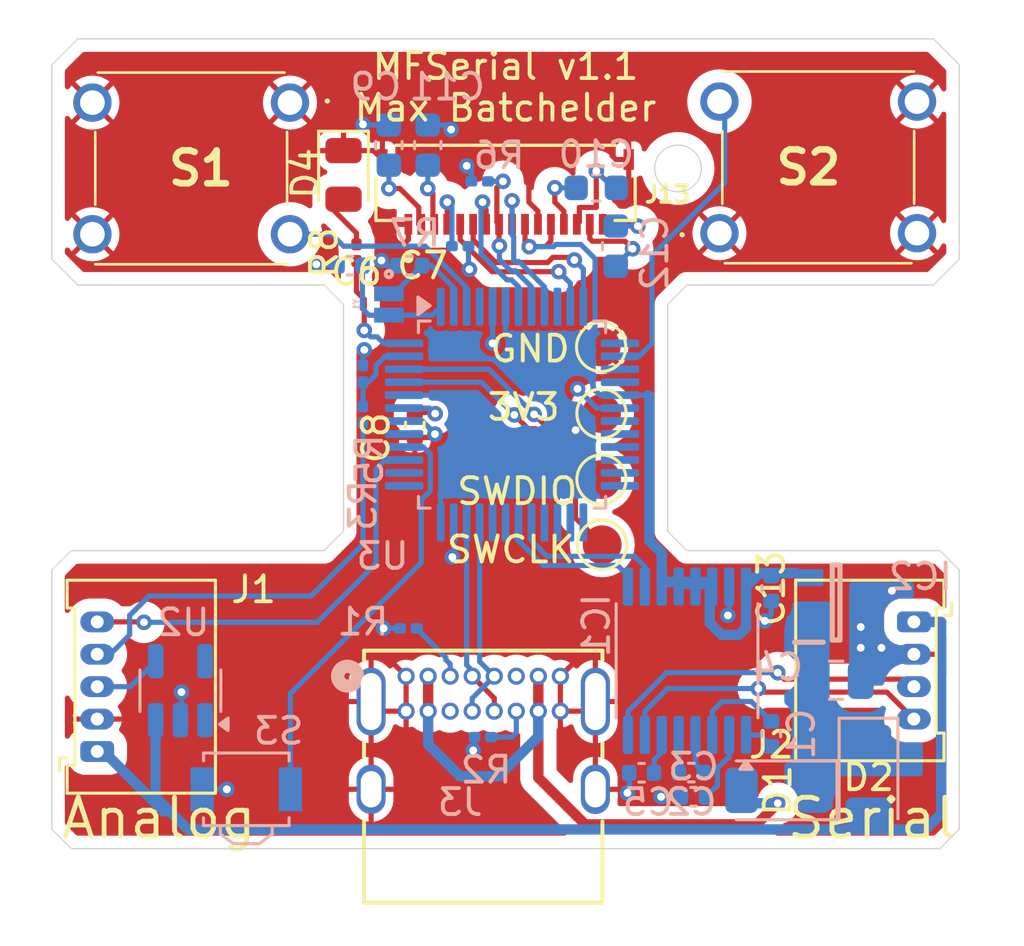
<source format=kicad_pcb>
(kicad_pcb (version 20240108) (generator "pcbnew") (generator_version "8.0")
  (layers (0 "F.Cu" signal) (31 "B.Cu" signal) (34 "B.Paste" user) (35 "F.Paste" user) (36 "B.SilkS" user "B.Silkscreen") (37 "F.SilkS" user "F.Silkscreen") (38 "B.Mask" user) (39 "F.Mask" user) (44 "Edge.Cuts" user))
  (net 0 "")
  (net 1 "/Net-(IC1-C1-)")
  (net 2 "/Net-(IC1-C1+)")
  (net 3 "/Net-(IC1-C2+)")
  (net 4 "/Net-(IC1-C2-)")
  (net 5 "GND")
  (net 6 "/Net-(IC1-V+)")
  (net 7 "VIN")
  (net 8 "/Net-(IC1-V-)")
  (net 9 "Net-(U3-PA00)")
  (net 10 "Net-(U3-PA01)")
  (net 11 "Net-(U3-VDDCORE)")
  (net 12 "Net-(C9-Pad2)")
  (net 13 "Net-(C10-Pad2)")
  (net 14 "Net-(C10-Pad1)")
  (net 15 "Net-(C11-Pad1)")
  (net 16 "Net-(C12-Pad1)")
  (net 17 "Net-(C12-Pad2)")
  (net 18 "+3V3")
  (net 19 "VUSB")
  (net 20 "+24V")
  (net 22 "Net-(D4-A)")
  (net 23 "SWDIO")
  (net 24 "SWCLK")
  (net 25 "/Net-(J8-CC1)")
  (net 26 "/Net-(J8-CC2)")
  (net 27 "ZOOM")
  (net 28 "ZSIG")
  (net 29 "SETLED")
  (net 30 "Net-(J13-Pad4)")
  (net 33 "ZREF")
  (net 34 "TOUT1")
  (net 35 "RIN1")
  (net 36 "ROUT1")
  (net 37 "TIN1")
  (net 38 "RUN")
  (net 39 "D-")
  (net 40 "D+")
  (net 43 "SCK")
  (net 44 "OLED_CS")
  (net 45 "OLED_DC")
  (net 46 "MOSI")
  (net 47 "RST")
  (net 48 "SETBTN")
  (net 49 "SOFTBTN")
  (net 55 "RXD")
  (net 57 "TXD")
  (net 58 "SCL")
  (net 61 "OLED_RST")
  (net 63 "MISO")
  (net 64 "SDA")
  (footprint "Capacitor_SMD:C_0402_1005Metric" (layer "F.Cu") (at 103 79.4 -90)
    (property "Reference" "C8")
    (property "Value" "1pF")
  )
  (footprint "Connector_Molex:Molex_PicoBlade_53048-0510_1x05_P1.25mm_Horizontal" (layer "F.Cu") (at 90.75 92 90)
    (property "Reference" "J1")
    (property "Value" "530480510")
  )
  (footprint "USB4085_GF_A:CONN16_USB4085-GF-A_GCT" (layer "F.Cu") (at 102.664444 89.095)
    (property "Reference" "J3")
    (property "Value" "USB4085-GF-A_REVB")
  )
  (footprint "TestPoint:TestPoint_Pad_D1.5mm" (layer "F.Cu") (at 110.2 81.504411)
    (property "Reference" "SWDIO")
    (property "Value" "TestPoint_Pad_D1.5mm")
  )
  (footprint "Resistor_SMD:R_0201_0603Metric" (layer "F.Cu") (at 100.75 72.75 90)
    (property "Reference" "R8")
    (property "Value" "65")
  )
  (footprint "Connector_Molex:Molex_PicoBlade_53048-0410_1x04_P1.25mm_Horizontal" (layer "F.Cu") (at 122.25 87 -90)
    (property "Reference" "J2")
    (property "Value" "530480410")
  )
  (footprint "TestPoint:TestPoint_Pad_D1.5mm" (layer "F.Cu") (at 110.186816 76.389223)
    (property "Reference" "GND")
    (property "Value" "TestPoint_Pad_D1.5mm")
  )
  (footprint "TestPoint:TestPoint_Pad_D1.5mm" (layer "F.Cu") (at 110.2 78.96)
    (property "Reference" "3V3")
    (property "Value" "TestPoint_Pad_D1.5mm")
  )
  (footprint "FH34SRJ_16S_0_5SH_50:HRS_FH34SRJ-16S-0.5SH_50_" (layer "F.Cu") (at 106.5 70.406454 180)
    (property "Reference" "J13")
    (property "Value" "FH34SRJ-16S-0.5SH_50_")
  )
  (footprint "TestPoint:TestPoint_Pad_D1.5mm" (layer "F.Cu") (at 110.226367 84.022454)
    (property "Reference" "SWCLK")
    (property "Value" "TestPoint_Pad_D1.5mm")
  )
  (footprint "TL6100DF300QP:TL6100DF160QP" (layer "F.Cu") (at 98.1845 66.96 180)
    (property "Reference" "S1")
    (property "Value" "TL6100DF300QP" (hide yes))
  )
  (footprint "TL6100DF300QP:TL6100DF160QP" (layer "F.Cu") (at 114.75 72)
    (property "Reference" "S2")
    (property "Value" "TL6100DF300QP" (hide yes))
  )
  (footprint "LED_SMD:LED_0805_2012Metric" (layer "F.Cu") (at 100.25 69.75 -90)
    (property "Reference" "D4")
    (property "Value" "LED")
  )
  (footprint "Diode_SMD:D_1206_3216Metric" (layer "B.Cu") (at 117 93.5 180)
    (property "Reference" "D1")
    (property "Value" "D_Schottky")
  )
  (footprint "Capacitor_SMD:C_0603_1608Metric" (layer "B.Cu") (at 110 70.25 180)
    (property "Reference" "C10")
    (property "Value" "1uF")
  )
  (footprint "Capacitor_SMD:C_0402_1005Metric" (layer "B.Cu") (at 113.75 93.75 180)
    (property "Reference" "C3")
    (property "Value" "100nF,25V  ")
  )
  (footprint "Capacitor_SMD:C_0402_1005Metric" (layer "B.Cu") (at 102.8 73.25)
    (property "Reference" "C7")
    (property "Value" "22pF")
  )
  (footprint "Resistor_SMD:R_0201_0603Metric" (layer "B.Cu") (at 102.75 87.25)
    (property "Reference" "R1")
    (property "Value" "5K1")
  )
  (footprint "Capacitor_SMD:C_0402_1005Metric" (layer "B.Cu") (at 116.75 91.3225 90)
    (property "Reference" "C1")
    (property "Value" "100nF,25V  ")
  )
  (footprint "Resistor_SMD:R_0201_0603Metric" (layer "B.Cu") (at 104.75 72.5 180)
    (property "Reference" "R7")
    (property "Value" "680K")
  )
  (footprint "Package_SO:TSSOP-16_4.4x5mm_P0.65mm" (layer "B.Cu") (at 113.5 88.5 90)
    (property "Reference" "IC1")
    (property "Value" "MAX3323EEUE+T")
  )
  (footprint "Resistor_SMD:R_0201_0603Metric" (layer "B.Cu") (at 101 79 90)
    (property "Reference" "R3")
    (property "Value" "4K7")
  )
  (footprint "Resistor_SMD:R_0201_0603Metric" (layer "B.Cu") (at 105.5 70)
    (property "Reference" "R6")
    (property "Value" "5K1")
  )
  (footprint "Capacitor_SMD:C_0402_1005Metric" (layer "B.Cu") (at 100.5 73.25)
    (property "Reference" "C6")
    (property "Value" "22pF")
  )
  (footprint "Resistor_SMD:R_0201_0603Metric" (layer "B.Cu") (at 105.622931 91.445)
    (property "Reference" "R2")
    (property "Value" "5K1")
  )
  (footprint "Package_QFP:TQFP-48_7x7mm_P0.5mm" (layer "B.Cu") (at 106.75 79 -90)
    (property "Reference" "U3")
    (property "Value" "ATSAMD21G18A-AUT")
  )
  (footprint "Capacitor_SMD:C_0603_1608Metric" (layer "B.Cu") (at 103.5 68.6 90)
    (property "Reference" "C11")
    (property "Value" "10uF")
  )
  (footprint "Package_TO_SOT_SMD:TSOT-23-5" (layer "B.Cu") (at 93.958409 89.653111 90)
    (property "Reference" "U2")
    (property "Value" "ADR02AUJZ-REEL7")
  )
  (footprint "Capacitor_SMD:C_0402_1005Metric" (layer "B.Cu") (at 111.75 92.8225 180)
    (property "Reference" "C5")
    (property "Value" "100nF,25V  ")
  )
  (footprint "Diode_SMD:D_1206_3216Metric" (layer "B.Cu") (at 120.5 93 -90)
    (property "Reference" "D2")
    (property "Value" "D_Schottky")
  )
  (footprint "Capacitor_SMD:C_0402_1005Metric" (layer "B.Cu") (at 116.75 85.71 90)
    (property "Reference" "C13")
    (property "Value" "22uF,10V+")
  )
  (footprint "ECS__327_12_5_1210_TR:XTAL_ECS-.327-12.5-1210-TR" (layer "B.Cu") (at 102 74.75 -90)
    (property "Reference" "Y1")
    (property "Value" "ECS-.327-12.5-1210-TR")
  )
  (footprint "Capacitor_SMD:C_0603_1608Metric" (layer "B.Cu") (at 102 68.6 -90)
    (property "Reference" "C9")
    (property "Value" "10uF")
  )
  (footprint "Capacitor_SMD:C_0603_1608Metric" (layer "B.Cu") (at 110.75 72.5 -90)
    (property "Reference" "C12")
    (property "Value" "1uF")
  )
  (footprint "Capacitor_SMD:C_0402_1005Metric" (layer "B.Cu") (at 113.663226 92.815174 180)
    (property "Reference" "C2")
    (property "Value" "100nF,25V  ")
  )
  (footprint "Capacitor_SMD:C_0805_2012Metric" (layer "B.Cu") (at 119.25 89.25 180)
    (property "Reference" "C4")
    (property "Value" "2.2uF,100V")
  )
  (footprint "AP7375-33SA-7:SOT96P240X110-3N" (layer "B.Cu") (at 119.25 86.25)
    (property "Reference" "IC2")
    (property "Value" "AP7375-33SA-7" (hide yes))
  )
  (footprint "Button_Switch_SMD:SW_SPST_B3U-3000P" (layer "B.Cu") (at 96.5 93.46)
    (property "Reference" "S3")
    (property "Value" "B3U-3000P")
  )
  (footprint "Resistor_SMD:R_0201_0603Metric" (layer "B.Cu") (at 101 77.43 90)
    (property "Reference" "R5")
    (property "Value" "3K3")
  )
  (gr_line (start 100.25 83.5) (end 100.25 74.75) (stroke (width 0.05)) (layer "Edge.Cuts"))
  (gr_line (start 90 64.5) (end 89 65.5) (stroke (width 0.05)) (layer "Edge.Cuts"))
  (gr_circle (center 113.151387 69.5) (end 113.901387 70) (stroke (width 0.05)) (fill none) (layer "Edge.Cuts"))
  (gr_line (start 124 85) (end 123.25 84.25) (stroke (width 0.05)) (layer "Edge.Cuts"))
  (gr_line (start 89 95) (end 89 85) (stroke (width 0.05)) (layer "Edge.Cuts"))
  (gr_line (start 89 85) (end 89.75 84.25) (stroke (width 0.05)) (layer "Edge.Cuts"))
  (gr_line (start 112.75 74.75) (end 112.75 83.5) (stroke (width 0.05)) (layer "Edge.Cuts"))
  (gr_line (start 123.25 95.75) (end 124 95) (stroke (width 0.05)) (layer "Edge.Cuts"))
  (gr_line (start 123 74) (end 113.5 74) (stroke (width 0.05)) (layer "Edge.Cuts"))
  (gr_line (start 123 74) (end 124 73) (stroke (width 0.05)) (layer "Edge.Cuts"))
  (gr_line (start 112.75 83.5) (end 113.5 84.25) (stroke (width 0.05)) (layer "Edge.Cuts"))
  (gr_line (start 100.25 83.5) (end 99.5 84.25) (stroke (width 0.05)) (layer "Edge.Cuts"))
  (gr_line (start 123.25 95.75) (end 89.75 95.75) (stroke (width 0.05)) (layer "Edge.Cuts"))
  (gr_line (start 89 73) (end 90 74) (stroke (width 0.05)) (layer "Edge.Cuts"))
  (gr_line (start 112.75 74.75) (end 113.5 74) (stroke (width 0.05)) (layer "Edge.Cuts"))
  (gr_line (start 89.75 95.75) (end 89 95) (stroke (width 0.05)) (layer "Edge.Cuts"))
  (gr_line (start 90 64.5) (end 123 64.5) (stroke (width 0.05)) (layer "Edge.Cuts"))
  (gr_line (start 99.5 74) (end 90 74) (stroke (width 0.05)) (layer "Edge.Cuts"))
  (gr_line (start 113.5 84.25) (end 123.25 84.25) (stroke (width 0.05)) (layer "Edge.Cuts"))
  (gr_line (start 124 65.5) (end 124 73) (stroke (width 0.05)) (layer "Edge.Cuts"))
  (gr_line (start 123 64.5) (end 124 65.5) (stroke (width 0.05)) (layer "Edge.Cuts"))
  (gr_line (start 99.5 74) (end 100.25 74.75) (stroke (width 0.05)) (layer "Edge.Cuts"))
  (gr_line (start 89.75 84.25) (end 99.5 84.25) (stroke (width 0.05)) (layer "Edge.Cuts"))
  (gr_line (start 124 85) (end 124 95) (stroke (width 0.05)) (layer "Edge.Cuts"))
  (gr_line (start 89 73) (end 89 65.5) (stroke (width 0.05)) (layer "Edge.Cuts"))
  (gr_text "MFSerial v1.1\nMax Batchelder" (at 106.5 67.75 0) (layer "F.SilkS") (effects (font (size 1 1)) (justify bottom)))
  (gr_text "Serial" (at 117.25 95.46 0) (layer "F.SilkS") (effects (font (size 1.5 1.5) (thickness 0.1875)) (justify left bottom)))
  (gr_text "Analog" (at 89.25 95.46 0) (layer "F.SilkS") (effects (font (size 1.5 1.5) (thickness 0.1875)) (justify left bottom)))
  (segment (start 114.475 90.447501) (end 114.850001 90.0725) (width 0.2) (layer "B.Cu") (net 1))
  (segment (start 115.98 90.0725) (end 116.75 90.8425) (width 0.2) (layer "B.Cu") (net 1))
  (segment (start 114.850001 90.0725) (end 115.98 90.0725) (width 0.2) (layer "B.Cu") (net 1))
  (segment (start 114.475 91.3625) (end 114.475 90.447501) (width 0.2) (layer "B.Cu") (net 1))
  (segment (start 116.31 91.3625) (end 116.75 91.8025) (width 0.2) (layer "B.Cu") (net 2))
  (segment (start 115.775 91.3625) (end 116.31 91.3625) (width 0.2) (layer "B.Cu") (net 2))
  (segment (start 113.825 92.496948) (end 114.143226 92.815174) (width 0.2) (layer "B.Cu") (net 3))
  (segment (start 113.825 91.3625) (end 113.825 92.496948) (width 0.2) (layer "B.Cu") (net 3))
  (segment (start 113.175 92.806948) (end 113.175 91.3625) (width 0.2) (layer "B.Cu") (net 4))
  (segment (start 113.183226 92.815174) (end 113.175 92.806948) (width 0.2) (layer "B.Cu") (net 4))
  (segment (start 102.75 72.25) (end 102.6 72.4) (width 0.2) (layer "F.Cu") (net 5))
  (segment (start 101.406046 68.8125) (end 101.75 69.156454) (width 0.2) (layer "F.Cu") (net 5))
  (segment (start 109.594429 90.445) (end 109.964429 90.075) (width 0.2) (layer "F.Cu") (net 5))
  (segment (start 108.614445 90.445) (end 108.614445 89.095) (width 0.2) (layer "F.Cu") (net 5))
  (segment (start 102.664444 91.124444) (end 102.75 91.21) (width 0.2) (layer "F.Cu") (net 5))
  (segment (start 102.664444 90.445) (end 101.684443 90.445) (width 0.2) (layer "F.Cu") (net 5))
  (segment (start 103.651067 79.88) (end 103 79.88) (width 0.2) (layer "F.Cu") (net 5))
  (segment (start 108.614445 90.445) (end 108.614445 91.074445) (width 0.2) (layer "F.Cu") (net 5))
  (segment (start 102.75 71.656454) (end 102.093546 71.656454) (width 0.2) (layer "F.Cu") (net 5))
  (segment (start 102.75 71.656454) (end 102.75 72.25) (width 0.2) (layer "F.Cu") (net 5))
  (segment (start 107.75 71.656454) (end 107.75 71.15) (width 0.2) (layer "F.Cu") (net 5))
  (segment (start 108.614445 90.445) (end 109.594429 90.445) (width 0.2) (layer "F.Cu") (net 5))
  (segment (start 102.664444 90.445) (end 102.664444 89.095) (width 0.2) (layer "F.Cu") (net 5))
  (segment (start 101.684443 90.445) (end 101.314444 90.075001) (width 0.2) (layer "F.Cu") (net 5))
  (segment (start 103.7774 79.753667) (end 103.651067 79.88) (width 0.2) (layer "F.Cu") (net 5))
  (segment (start 107.4 70.8) (end 107.4 70.2) (width 0.2) (layer "F.Cu") (net 5))
  (segment (start 100.25 68.8125) (end 101.406046 68.8125) (width 0.2) (layer "F.Cu") (net 5))
  (segment (start 111.25 69.156454) (end 110.756454 69.156454) (width 0.2) (layer "F.Cu") (net 5))
  (segment (start 108.614445 91.074445) (end 108.75 91.21) (width 0.2) (layer "F.Cu") (net 5))
  (segment (start 102.664444 90.445) (end 102.664444 91.124444) (width 0.2) (layer "F.Cu") (net 5))
  (segment (start 110.756454 69.156454) (end 110.6 69) (width 0.2) (layer "F.Cu") (net 5))
  (segment (start 107.75 71.15) (end 107.4 70.8) (width 0.2) (layer "F.Cu") (net 5))
  (via (at 111.2 93.6) (size 0.6) (drill 0.3) (layers "F.Cu" "B.Cu") (net 5))
  (via (at 104.4 68) (size 0.6) (drill 0.3) (layers "F.Cu" "B.Cu") (net 5))
  (via (at 103.7774 79.753667) (size 0.6) (drill 0.3) (layers "F.Cu" "B.Cu") (net 5))
  (via (at 104.4476 84.5) (size 0.6) (drill 0.3) (layers "F.Cu" "B.Cu") (net 5))
  (via (at 94 89.71) (size 0.6) (drill 0.3) (layers "F.Cu" "B.Cu") (net 5))
  (via (at 105.106167 73.393833) (size 0.6) (drill 0.3) (layers "F.Cu" "B.Cu") (net 5))
  (via (at 101 67.8) (size 0.6) (drill 0.3) (layers "F.Cu" "B.Cu") (net 5))
  (via (at 109.27541 78.004614) (size 0.6) (drill 0.3) (layers "F.Cu" "B.Cu") (net 5))
  (via (at 116.5 86.96) (size 0.6) (drill 0.3) (layers "F.Cu" "B.Cu") (net 5))
  (via (at 101.05 76.502403) (size 0.6) (drill 0.3) (layers "F.Cu" "B.Cu") (net 5))
  (via (at 95.75 93.46) (size 0.6) (drill 0.3) (layers "F.Cu" "B.Cu") (net 5))
  (via (at 101.8 87.25) (size 0.6) (drill 0.3) (layers "F.Cu" "B.Cu") (net 5))
  (via (at 105 69.4) (size 0.6) (drill 0.3) (layers "F.Cu" "B.Cu") (net 5))
  (via (at 121 88) (size 0.6) (drill 0.3) (layers "F.Cu" "B.Cu") (net 5))
  (via (at 101.712185 73.052273) (size 0.6) (drill 0.3) (layers "F.Cu" "B.Cu") (net 5))
  (via (at 120.2 87.2) (size 0.6) (drill 0.3) (layers "F.Cu" "B.Cu") (net 5))
  (via (at 105.25 91.96) (size 0.6) (drill 0.3) (layers "F.Cu" "B.Cu") (net 5))
  (via (at 115.075 86.75) (size 0.6) (drill 0.3) (layers "F.Cu" "B.Cu") (net 5))
  (via (at 121.4 85.8) (size 0.6) (drill 0.3) (layers "F.Cu" "B.Cu") (net 5))
  (via (at 106 76.25) (size 0.6) (drill 0.3) (layers "F.Cu" "B.Cu") (net 5))
  (via (at 112.5 93.75) (size 0.6) (drill 0.3) (layers "F.Cu" "B.Cu") (net 5))
  (via (at 120.2 88) (size 0.6) (drill 0.3) (layers "F.Cu" "B.Cu") (net 5))
  (via (at 99.2 73.2) (size 0.6) (drill 0.3) (layers "F.Cu" "B.Cu") (net 5))
  (segment (start 99.25 73.25) (end 100.02 73.25) (width 0.2) (layer "B.Cu") (net 5))
  (segment (start 110.020796 78.75) (end 110.9125 78.75) (width 0.2) (layer "B.Cu") (net 5))
  (segment (start 106 74.8375) (end 106 76.25) (width 0.2) (layer "B.Cu") (net 5))
  (segment (start 115.075 86.75) (end 115.125 86.7) (width 0.2) (layer "B.Cu") (net 5))
  (segment (start 103.7774 79.753667) (end 103.5774 79.553667) (width 0.2) (layer "B.Cu") (net 5))
  (segment (start 104.4476 84.5) (end 104.5 84.4476) (width 0.2) (layer "B.Cu") (net 5))
  (segment (start 101.025 67.825) (end 102 67.825) (width 0.2) (layer "B.Cu") (net 5))
  (segment (start 94 90.74902) (end 93.958409 90.790611) (width 0.2) (layer "B.Cu") (net 5))
  (segment (start 113.27 93.75) (end 112.5 93.75) (width 0.2) (layer "B.Cu") (net 5))
  (segment (start 116.75 86.71) (end 116.5 86.96) (width 0.2) (layer "B.Cu") (net 5))
  (segment (start 111.27 93.53) (end 111.27 92.8225) (width 0.2) (layer "B.Cu") (net 5))
  (segment (start 104.5 84.4476) (end 104.5 83.1625) (width 0.2) (layer "B.Cu") (net 5))
  (segment (start 102.43 87.25) (end 101.8 87.25) (width 0.2) (layer "B.Cu") (net 5))
  (segment (start 101.909912 73.25) (end 102.32 73.25) (width 0.2) (layer "B.Cu") (net 5))
  (segment (start 105.07 73.357666) (end 105.07 72.5) (width 0.2) (layer "B.Cu") (net 5))
  (segment (start 105.302931 91.907069) (end 105.25 91.96) (width 0.2) (layer "B.Cu") (net 5))
  (segment (start 111.2 93.6) (end 111.27 93.53) (width 0.2) (layer "B.Cu") (net 5))
  (segment (start 94.8 93.46) (end 95.75 93.46) (width 0.2) (layer "B.Cu") (net 5))
  (segment (start 103.290092 79.25) (end 102.5875 79.25) (width 0.2) (layer "B.Cu") (net 5))
  (segment (start 104.225 67.825) (end 103.5 67.825) (width 0.2) (layer "B.Cu") (net 5))
  (segment (start 101 76.552403) (end 101 77.11) (width 0.2) (layer "B.Cu") (net 5))
  (segment (start 101 67.8) (end 101.025 67.825) (width 0.2) (layer "B.Cu") (net 5))
  (segment (start 104.4 68) (end 104.225 67.825) (width 0.2) (layer "B.Cu") (net 5))
  (segment (start 115.125 86.7) (end 115.125 85.6375) (width 0.2) (layer "B.Cu") (net 5))
  (segment (start 103.5774 79.537308) (end 103.290092 79.25) (width 0.2) (layer "B.Cu") (net 5))
  (segment (start 99.2 73.2) (end 99.25 73.25) (width 0.2) (layer "B.Cu") (net 5))
  (segment (start 105 69.4) (end 105.18 69.58) (width 0.2) (layer "B.Cu") (net 5))
  (segment (start 103.5774 79.553667) (end 103.5774 79.537308) (width 0.2) (layer "B.Cu") (net 5))
  (segment (start 101.05 76.502403) (end 101 76.552403) (width 0.2) (layer "B.Cu") (net 5))
  (segment (start 109.27541 78.004614) (end 110.020796 78.75) (width 0.2) (layer "B.Cu") (net 5))
  (segment (start 105.18 69.58) (end 105.18 70) (width 0.2) (layer "B.Cu") (net 5))
  (segment (start 116.75 86.19) (end 116.75 86.71) (width 0.2) (layer "B.Cu") (net 5))
  (segment (start 105.302931 91.445) (end 105.302931 91.907069) (width 0.2) (layer "B.Cu") (net 5))
  (segment (start 94 89.71) (end 94 90.74902) (width 0.2) (layer "B.Cu") (net 5))
  (segment (start 105.106167 73.393833) (end 105.07 73.357666) (width 0.2) (layer "B.Cu") (net 5))
  (segment (start 101.712185 73.052273) (end 101.909912 73.25) (width 0.2) (layer "B.Cu") (net 5))
  (segment (start 115.125 92.25) (end 115.125 91.3625) (width 0.2) (layer "B.Cu") (net 6))
  (segment (start 114.23 93.75) (end 114.675 93.305) (width 0.2) (layer "B.Cu") (net 6))
  (segment (start 114.675 93.305) (end 114.675 92.640256) (width 0.2) (layer "B.Cu") (net 6))
  (segment (start 115.065256 92.25) (end 115.125 92.25) (width 0.2) (layer "B.Cu") (net 6))
  (segment (start 114.675 92.640256) (end 115.065256 92.25) (width 0.2) (layer "B.Cu") (net 6))
  (segment (start 112.23 92.322034) (end 112.525 92.027034) (width 0.2) (layer "B.Cu") (net 8))
  (segment (start 112.23 92.8225) (end 112.23 92.322034) (width 0.2) (layer "B.Cu") (net 8))
  (segment (start 112.525 92.027034) (end 112.525 91.3625) (width 0.2) (layer "B.Cu") (net 8))
  (segment (start 101.23 75.1625) (end 102 75.1625) (width 0.2) (layer "B.Cu") (net 9))
  (segment (start 102 75.1625) (end 103.675 75.1625) (width 0.2) (layer "B.Cu") (net 9))
  (segment (start 100.98 74.9125) (end 101.23 75.1625) (width 0.2) (layer "B.Cu") (net 9))
  (segment (start 100.98 73.25) (end 100.98 74.9125) (width 0.2) (layer "B.Cu") (net 9))
  (segment (start 103.675 75.1625) (end 104 74.8375) (width 0.2) (layer "B.Cu") (net 9))
  (segment (start 104.5 74.100001) (end 104.5 74.8375) (width 0.2) (layer "B.Cu") (net 10))
  (segment (start 102.1925 74.3375) (end 103.28 73.25) (width 0.2) (layer "B.Cu") (net 10))
  (segment (start 103.28 73.25) (end 103.649999 73.25) (width 0.2) (layer "B.Cu") (net 10))
  (segment (start 103.649999 73.25) (end 104.5 74.100001) (width 0.2) (layer "B.Cu") (net 10))
  (segment (start 102 74.3375) (end 102.1925 74.3375) (width 0.2) (layer "B.Cu") (net 10))
  (segment (start 103.785652 78.964348) (end 103.741304 78.92) (width 0.2) (layer "F.Cu") (net 11))
  (segment (start 103.741304 78.92) (end 103 78.92) (width 0.2) (layer "F.Cu") (net 11))
  (via (at 103.785652 78.964348) (size 0.6) (drill 0.3) (layers "F.Cu" "B.Cu") (net 11))
  (segment (start 103.785652 78.964348) (end 103.571304 78.75) (width 0.2) (layer "B.Cu") (net 11))
  (segment (start 103.571304 78.75) (end 102.5875 78.75) (width 0.2) (layer "B.Cu") (net 11))
  (segment (start 103.1524 71.004054) (end 102.423346 70.275) (width 0.2) (layer "F.Cu") (net 12))
  (segment (start 103.1524 71.6524) (end 103.1524 71.004054) (width 0.2) (layer "F.Cu") (net 12))
  (segment (start 103.156454 71.656454) (end 103.1524 71.6524) (width 0.2) (layer "F.Cu") (net 12))
  (segment (start 103.25 71.656454) (end 103.156454 71.656454) (width 0.2) (layer "F.Cu") (net 12))
  (segment (start 102.423346 70.275) (end 102 70.275) (width 0.2) (layer "F.Cu") (net 12))
  (via (at 102 70.275) (size 0.6) (drill 0.3) (layers "F.Cu" "B.Cu") (net 12))
  (segment (start 102 69.375) (end 102 70.275) (width 0.2) (layer "B.Cu") (net 12))
  (segment (start 108.75 71.15) (end 108.75 71.656454) (width 0.2) (layer "F.Cu") (net 13))
  (segment (start 108.4 70.8) (end 108.75 71.15) (width 0.2) (layer "F.Cu") (net 13))
  (segment (start 108.4 70.25) (end 108.4 70.8) (width 0.2) (layer "F.Cu") (net 13))
  (via (at 108.4 70.25) (size 0.6) (drill 0.3) (layers "F.Cu" "B.Cu") (net 13))
  (segment (start 109.225 70.25) (end 108.4 70.25) (width 0.2) (layer "B.Cu") (net 13))
  (segment (start 109.3476 71.004054) (end 109.3476 71.558854) (width 0.2) (layer "F.Cu") (net 14))
  (segment (start 110 71) (end 109.995946 71.004054) (width 0.2) (layer "F.Cu") (net 14))
  (segment (start 109.3476 71.558854) (end 109.25 71.656454) (width 0.2) (layer "F.Cu") (net 14))
  (segment (start 110 69.6) (end 110 71) (width 0.2) (layer "F.Cu") (net 14))
  (segment (start 109.995946 71.004054) (end 109.3476 71.004054) (width 0.2) (layer "F.Cu") (net 14))
  (via (at 110 69.6) (size 0.6) (drill 0.3) (layers "F.Cu" "B.Cu") (net 14))
  (segment (start 110.65 70.25) (end 110 69.6) (width 0.2) (layer "B.Cu") (net 14))
  (segment (start 110.775 70.25) (end 110.65 70.25) (width 0.2) (layer "B.Cu") (net 14))
  (segment (start 103.697904 71.604358) (end 103.697904 70.472904) (width 0.2) (layer "F.Cu") (net 15))
  (segment (start 103.75 71.656454) (end 103.697904 71.604358) (width 0.2) (layer "F.Cu") (net 15))
  (segment (start 103.697904 70.472904) (end 103.5 70.275) (width 0.2) (layer "F.Cu") (net 15))
  (via (at 103.5 70.275) (size 0.6) (drill 0.3) (layers "F.Cu" "B.Cu") (net 15))
  (segment (start 103.5 69.375) (end 103.5 70.275) (width 0.2) (layer "B.Cu") (net 15))
  (segment (start 111.6 71.725) (end 111.531454 71.656454) (width 0.2) (layer "F.Cu") (net 16))
  (segment (start 111.531454 71.656454) (end 110.25 71.656454) (width 0.2) (layer "F.Cu") (net 16))
  (via (at 111.6 71.725) (size 0.6) (drill 0.3) (layers "F.Cu" "B.Cu") (net 16))
  (segment (start 110.75 71.725) (end 111.6 71.725) (width 0.2) (layer "B.Cu") (net 16))
  (segment (start 111.108854 72.308854) (end 109.8476 72.308854) (width 0.2) (layer "F.Cu") (net 17))
  (segment (start 109.8476 72.308854) (end 109.75 72.211254) (width 0.2) (layer "F.Cu") (net 17))
  (segment (start 109.75 72.211254) (end 109.75 71.656454) (width 0.2) (layer "F.Cu") (net 17))
  (segment (start 111.4 72.6) (end 111.108854 72.308854) (width 0.2) (layer "F.Cu") (net 17))
  (via (at 111.4 72.6) (size 0.6) (drill 0.3) (layers "F.Cu" "B.Cu") (net 17))
  (segment (start 110.75 73.275) (end 110.75 73.25) (width 0.2) (layer "B.Cu") (net 17))
  (segment (start 110.75 73.25) (end 111.4 72.6) (width 0.2) (layer "B.Cu") (net 17))
  (segment (start 107.413742 72.520048) (end 108.036406 72.520048) (width 0.2) (layer "F.Cu") (net 18))
  (segment (start 107.25 72.356306) (end 107.413742 72.520048) (width 0.2) (layer "F.Cu") (net 18))
  (segment (start 108.25 72.306454) (end 108.25 71.656454) (width 0.2) (layer "F.Cu") (net 18))
  (segment (start 107.413742 72.520048) (end 107.413742 72.356454) (width 0.2) (layer "F.Cu") (net 18))
  (segment (start 109.2 79.6) (end 109.56 79.6) (width 0.2) (layer "F.Cu") (net 18))
  (segment (start 109.56 79.6) (end 110.2 78.96) (width 0.2) (layer "F.Cu") (net 18))
  (segment (start 108.036406 72.520048) (end 108.25 72.306454) (width 0.2) (layer "F.Cu") (net 18))
  (segment (start 107.25 71.656454) (end 107.25 72.356306) (width 0.2) (layer "F.Cu") (net 18))
  (via (at 107.413742 72.520048) (size 0.6) (drill 0.3) (layers "F.Cu" "B.Cu") (net 18))
  (via (at 109.2 79.6) (size 0.6) (drill 0.3) (layers "F.Cu" "B.Cu") (net 18))
  (segment (start 114.475 85.6375) (end 113.825 85.6375) (width 0.2) (layer "B.Cu") (net 18))
  (segment (start 112.05 83.86245) (end 112.05 78.3) (width 0.4) (layer "B.Cu") (net 18))
  (segment (start 115.775 87.225) (end 115.775 85.6375) (width 0.4) (layer "B.Cu") (net 18))
  (segment (start 112.7025 85.46) (end 112.525 85.6375) (width 0.2) (layer "B.Cu") (net 18))
  (segment (start 113.175 85.6375) (end 112.9975 85.46) (width 0.2) (layer "B.Cu") (net 18))
  (segment (start 109.875 77.98241) (end 110.14259 78.25) (width 0.2) (layer "B.Cu") (net 18))
  (segment (start 109.402358 72.433727) (end 109.95 72.981369) (width 0.2) (layer "B.Cu") (net 18))
  (segment (start 117.8775 85.29) (end 117.7 85.1125) (width 0.4) (layer "B.Cu") (net 18))
  (segment (start 114.2975 85.46) (end 112.75 85.46) (width 0.4) (layer "B.Cu") (net 18))
  (segment (start 109.875 75.875) (end 109.875 77.98241) (width 0.2) (layer "B.Cu") (net 18))
  (segment (start 115.5 87.5) (end 115.775 87.225) (width 0.4) (layer "B.Cu") (net 18))
  (segment (start 108.433727 72.433727) (end 109.402358 72.433727) (width 0.2) (layer "B.Cu") (net 18))
  (segment (start 109.95 72.981369) (end 109.95 75.8) (width 0.2) (layer "B.Cu") (net 18))
  (segment (start 112.525 85.6375) (end 112.525 84.33745) (width 0.4) (layer "B.Cu") (net 18))
  (segment (start 112.05 78.3) (end 112 78.25) (width 0.4) (layer "B.Cu") (net 18))
  (segment (start 117.7 85.1125) (end 116.3 85.1125) (width 0.4) (layer "B.Cu") (net 18))
  (segment (start 112.525 84.33745) (end 112.05 83.86245) (width 0.4) (layer "B.Cu") (net 18))
  (segment (start 114.83505 87.5) (end 115.5 87.5) (width 0.4) (layer "B.Cu") (net 18))
  (segment (start 114.475 85.6375) (end 114.375 85.7375) (width 0.4) (layer "B.Cu") (net 18))
  (segment (start 114.375 87.03995) (end 114.83505 87.5) (width 0.4) (layer "B.Cu") (net 18))
  (segment (start 110.14259 78.25) (end 110.9125 78.25) (width 0.2) (layer "B.Cu") (net 18))
  (segment (start 114.375 85.7375) (end 114.375 87.03995) (width 0.4) (layer "B.Cu") (net 18))
  (segment (start 118.2 85.29) (end 117.8775 85.29) (width 0.4) (layer "B.Cu") (net 18))
  (segment (start 107.413742 72.520048) (end 108.347406 72.520048) (width 0.2) (layer "B.Cu") (net 18))
  (segment (start 108.347406 72.520048) (end 108.433727 72.433727) (width 0.2) (layer "B.Cu") (net 18))
  (segment (start 109.95 75.8) (end 109.875 75.875) (width 0.2) (layer "B.Cu") (net 18))
  (segment (start 112.75 85.46) (end 112.7025 85.46) (width 0.2) (layer "B.Cu") (net 18))
  (segment (start 112.9975 85.46) (end 112.75 85.46) (width 0.2) (layer "B.Cu") (net 18))
  (segment (start 116.3 85.1125) (end 115.775 85.6375) (width 0.4) (layer "B.Cu") (net 18))
  (segment (start 114.475 85.6375) (end 114.2975 85.46) (width 0.4) (layer "B.Cu") (net 18))
  (segment (start 113.825 85.6375) (end 113.175 85.6375) (width 0.2) (layer "B.Cu") (net 18))
  (segment (start 112 78.25) (end 110.9125 78.25) (width 0.2) (layer "B.Cu") (net 18))
  (segment (start 117 94) (end 116.1875 94.8125) (width 0.4) (layer "F.Cu") (net 19))
  (segment (start 107.764444 90.445) (end 107.764444 89.095) (width 0.4) (layer "F.Cu") (net 19))
  (segment (start 103.514445 90.445) (end 103.514445 89.095) (width 0.4) (layer "F.Cu") (net 19))
  (segment (start 109.567281 94.8125) (end 107.764444 93.009663) (width 0.4) (layer "F.Cu") (net 19))
  (segment (start 116.1875 94.8125) (end 109.567281 94.8125) (width 0.4) (layer "F.Cu") (net 19))
  (segment (start 107.764444 93.009663) (end 107.764444 90.445) (width 0.4) (layer "F.Cu") (net 19))
  (via (at 117 94) (size 0.6) (drill 0.3) (layers "F.Cu" "B.Cu") (net 19))
  (segment (start 117 94) (end 116.1 94) (width 0.4) (layer "B.Cu") (net 19))
  (segment (start 104.75 92.96) (end 105.6 92.96) (width 0.4) (layer "B.Cu") (net 19))
  (segment (start 107.764444 91.420556) (end 107.764444 90.445) (width 0.4) (layer "B.Cu") (net 19))
  (segment (start 105.6 92.96) (end 106.225 92.96) (width 0.4) (layer "B.Cu") (net 19))
  (segment (start 103.514445 91.724445) (end 104.75 92.96) (width 0.4) (layer "B.Cu") (net 19))
  (segment (start 103.514445 90.445) (end 103.514445 91.724445) (width 0.4) (layer "B.Cu") (net 19))
  (segment (start 106.225 92.96) (end 107.764444 91.420556) (width 0.4) (layer "B.Cu") (net 19))
  (segment (start 116.1 94) (end 115.6 93.5) (width 0.4) (layer "B.Cu") (net 19))
  (segment (start 122.25 87) (end 123.3 87) (width 0.4) (layer "B.Cu") (net 20))
  (segment (start 93 90.79902) (end 93.008409 90.790611) (width 0.4) (layer "B.Cu") (net 20))
  (segment (start 93.31 94.31) (end 93.55 94.31) (width 0.4) (layer "B.Cu") (net 20))
  (segment (start 91 92) (end 93.31 94.31) (width 0.4) (layer "B.Cu") (net 20))
  (segment (start 93.55 94.31) (end 93 93.76) (width 0.4) (layer "B.Cu") (net 20))
  (segment (start 90.75 92) (end 91 92) (width 0.4) (layer "B.Cu") (net 20))
  (segment (start 93 93.76) (end 93 90.79902) (width 0.4) (layer "B.Cu") (net 20))
  (segment (start 123.3 87) (end 123.3 94.41) (width 0.4) (layer "B.Cu") (net 20))
  (segment (start 94.25 95.01) (end 93.55 94.31) (width 0.4) (layer "B.Cu") (net 20))
  (segment (start 122.7 95.01) (end 94.25 95.01) (width 0.4) (layer "B.Cu") (net 20))
  (segment (start 123.3 94.41) (end 122.7 95.01) (width 0.4) (layer "B.Cu") (net 20))
  (segment (start 100.75 71.995538) (end 99.75 70.995538) (width 0.2) (layer "F.Cu") (net 22))
  (segment (start 100.75 72.43) (end 100.75 71.995538) (width 0.2) (layer "F.Cu") (net 22))
  (segment (start 110.112641 81.504411) (end 110.75 81.504411) (width 0.2) (layer "F.Cu") (net 23))
  (segment (start 107.6 78.99177) (end 110.112641 81.504411) (width 0.2) (layer "F.Cu") (net 23))
  (via (at 107.6 78.99177) (size 0.6) (drill 0.3) (layers "F.Cu" "B.Cu") (net 23))
  (segment (start 105.85823 77.25) (end 102.5875 77.25) (width 0.2) (layer "B.Cu") (net 23))
  (segment (start 107.6 78.99177) (end 105.85823 77.25) (width 0.2) (layer "B.Cu") (net 23))
  (segment (start 107.371188 79.54417) (end 107.654032 79.54417) (width 0.2) (layer "F.Cu") (net 24))
  (segment (start 107.654032 79.54417) (end 109.1976 81.087738) (width 0.2) (layer "F.Cu") (net 24))
  (segment (start 109.1976 81.087738) (end 109.1976 82.993687) (width 0.2) (layer "F.Cu") (net 24))
  (segment (start 106.838388 79.01137) (end 107.371188 79.54417) (width 0.2) (layer "F.Cu") (net 24))
  (segment (start 109.1976 82.993687) (end 110.226367 84.022454) (width 0.2) (layer "F.Cu") (net 24))
  (via (at 106.838388 79.01137) (size 0.6) (drill 0.3) (layers "F.Cu" "B.Cu") (net 24))
  (segment (start 106.838388 79.01137) (end 105.577018 77.75) (width 0.2) (layer "B.Cu") (net 24))
  (segment (start 105.577018 77.75) (end 102.5875 77.75) (width 0.2) (layer "B.Cu") (net 24))
  (segment (start 104.196416 88.46) (end 104.196416 88.376416) (width 0.2) (layer "B.Cu") (net 25))
  (segment (start 104.364443 88.628027) (end 104.196416 88.46) (width 0.2) (layer "B.Cu") (net 25))
  (segment (start 104.364443 89.095) (end 104.364443 88.628027) (width 0.2) (layer "B.Cu") (net 25))
  (segment (start 104.196416 88.376416) (end 103.07 87.25) (width 0.2) (layer "B.Cu") (net 25))
  (segment (start 106.75 91.445) (end 106.914446 91.280554) (width 0.2) (layer "B.Cu") (net 26))
  (segment (start 106.914446 91.280554) (end 106.914446 90.445) (width 0.2) (layer "B.Cu") (net 26))
  (segment (start 105.942931 91.445) (end 106.75 91.445) (width 0.2) (layer "B.Cu") (net 26))
  (segment (start 92.75 86) (end 99 86) (width 0.2) (layer "B.Cu") (net 27))
  (segment (start 99 86) (end 101 84) (width 0.2) (layer "B.Cu") (net 27))
  (segment (start 90.75 88.25) (end 91.25 88.25) (width 0.2) (layer "B.Cu") (net 27))
  (segment (start 92 86.75) (end 92.75 86) (width 0.2) (layer "B.Cu") (net 27))
  (segment (start 101 84) (end 101 79.32) (width 0.2) (layer "B.Cu") (net 27))
  (segment (start 92 87.5) (end 92 86.75) (width 0.2) (layer "B.Cu") (net 27))
  (segment (start 91.25 88.25) (end 92 87.5) (width 0.2) (layer "B.Cu") (net 27))
  (segment (start 101.850001 76.75) (end 102.5875 76.75) (width 0.2) (layer "B.Cu") (net 28))
  (segment (start 101 77.75) (end 101.199999 77.75) (width 0.2) (layer "B.Cu") (net 28))
  (segment (start 101.5 77.449999) (end 101.5 77.100001) (width 0.2) (layer "B.Cu") (net 28))
  (segment (start 101.199999 77.75) (end 101.5 77.449999) (width 0.2) (layer "B.Cu") (net 28))
  (segment (start 101 77.75) (end 101 78.68) (width 0.2) (layer "B.Cu") (net 28))
  (segment (start 101.5 77.100001) (end 101.850001 76.75) (width 0.2) (layer "B.Cu") (net 28))
  (segment (start 100.75 74.25) (end 100.75 73.07) (width 0.2) (layer "F.Cu") (net 29))
  (segment (start 101.05 75.75) (end 101.05 74.55) (width 0.2) (layer "F.Cu") (net 29))
  (segment (start 101.05 74.55) (end 100.75 74.25) (width 0.2) (layer "F.Cu") (net 29))
  (via (at 101.05 75.75) (size 0.6) (drill 0.3) (layers "F.Cu" "B.Cu") (net 29))
  (segment (start 101.3 76) (end 101.55 76) (width 0.2) (layer "B.Cu") (net 29))
  (segment (start 101.8 76.25) (end 102.5875 76.25) (width 0.2) (layer "B.Cu") (net 29))
  (segment (start 101.05 75.75) (end 101.3 76) (width 0.2) (layer "B.Cu") (net 29))
  (segment (start 101.55 76) (end 101.8 76.25) (width 0.2) (layer "B.Cu") (net 29))
  (segment (start 104.250304 70.8) (end 104.25 70.800304) (width 0.2) (layer "F.Cu") (net 30))
  (segment (start 104.25 70.800304) (end 104.25 71.656454) (width 0.2) (layer "F.Cu") (net 30))
  (via (at 104.250304 70.8) (size 0.6) (drill 0.3) (layers "F.Cu" "B.Cu") (net 30))
  (segment (start 104.250304 70.8) (end 104.43 70.979696) (width 0.2) (layer "B.Cu") (net 30))
  (segment (start 104.43 70.979696) (end 104.43 72.5) (width 0.2) (layer "B.Cu") (net 30))
  (segment (start 92.02402 89.5) (end 93.008409 88.515611) (width 0.2) (layer "B.Cu") (net 33))
  (segment (start 90.75 89.5) (end 92.02402 89.5) (width 0.2) (layer "B.Cu") (net 33))
  (segment (start 121.21 89.71) (end 116.3875 89.71) (width 0.2) (layer "F.Cu") (net 34))
  (segment (start 122.25 90.75) (end 121.21 89.71) (width 0.2) (layer "F.Cu") (net 34))
  (segment (start 116.3875 89.71) (end 116.25 89.5725) (width 0.2) (layer "F.Cu") (net 34))
  (via (at 116.25 89.5725) (size 0.6) (drill 0.3) (layers "F.Cu" "B.Cu") (net 34))
  (segment (start 112.750001 89.5725) (end 116.25 89.5725) (width 0.2) (layer "B.Cu") (net 34))
  (segment (start 111.875 90.447501) (end 112.750001 89.5725) (width 0.2) (layer "B.Cu") (net 34))
  (segment (start 111.875 91.3625) (end 111.875 90.447501) (width 0.2) (layer "B.Cu") (net 34))
  (segment (start 121.96 89.21) (end 122.25 89.5) (width 0.2) (layer "F.Cu") (net 35))
  (segment (start 117 88.96) (end 117.25 89.21) (width 0.2) (layer "F.Cu") (net 35))
  (segment (start 117.25 89.21) (end 121.96 89.21) (width 0.2) (layer "F.Cu") (net 35))
  (via (at 117 88.96) (size 0.6) (drill 0.3) (layers "F.Cu" "B.Cu") (net 35))
  (segment (start 111.225 90.447501) (end 112.712501 88.96) (width 0.2) (layer "B.Cu") (net 35))
  (segment (start 112.712501 88.96) (end 117 88.96) (width 0.2) (layer "B.Cu") (net 35))
  (segment (start 111.225 91.3625) (end 111.225 90.447501) (width 0.2) (layer "B.Cu") (net 35))
  (segment (start 107 83.865092) (end 107.957408 84.8225) (width 0.2) (layer "B.Cu") (net 36))
  (segment (start 107 83.1625) (end 107 83.865092) (width 0.2) (layer "B.Cu") (net 36))
  (segment (start 107.957408 84.8225) (end 110.8225 84.8225) (width 0.2) (layer "B.Cu") (net 36))
  (segment (start 111.225 85.225) (end 111.225 85.6375) (width 0.2) (layer "B.Cu") (net 36))
  (segment (start 110.8225 84.8225) (end 111.225 85.225) (width 0.2) (layer "B.Cu") (net 36))
  (segment (start 108.105008 84.4701) (end 111.47374 84.4701) (width 0.2) (layer "B.Cu") (net 37))
  (segment (start 107.5 83.865092) (end 108.105008 84.4701) (width 0.2) (layer "B.Cu") (net 37))
  (segment (start 111.875 84.87136) (end 111.875 85.6375) (width 0.2) (layer "B.Cu") (net 37))
  (segment (start 111.47374 84.4701) (end 111.875 84.87136) (width 0.2) (layer "B.Cu") (net 37))
  (segment (start 107.5 83.1625) (end 107.5 83.865092) (width 0.2) (layer "B.Cu") (net 37))
  (segment (start 92.5524 87.015606) (end 92.536794 87) (width 0.2) (layer "F.Cu") (net 38))
  (segment (start 92.536794 87) (end 90.75 87) (width 0.2) (layer "F.Cu") (net 38))
  (via (at 92.5524 87.015606) (size 0.6) (drill 0.3) (layers "F.Cu" "B.Cu") (net 38))
  (segment (start 101.850001 80.75) (end 102.5875 80.75) (width 0.2) (layer "B.Cu") (net 38))
  (segment (start 101.5 81.100001) (end 101.850001 80.75) (width 0.2) (layer "B.Cu") (net 38))
  (segment (start 92.5524 87.015606) (end 99.234394 87.015606) (width 0.2) (layer "B.Cu") (net 38))
  (segment (start 101.5 84.75) (end 101.5 81.100001) (width 0.2) (layer "B.Cu") (net 38))
  (segment (start 99.234394 87.015606) (end 101.5 84.75) (width 0.2) (layer "B.Cu") (net 38))
  (segment (start 105.5 88.530555) (end 106.064445 89.095) (width 0.2) (layer "B.Cu") (net 39))
  (segment (start 105.214444 89.945001) (end 106.064445 89.095) (width 0.2) (layer "B.Cu") (net 39))
  (segment (start 105.5 83.1625) (end 105.5 88.530555) (width 0.2) (layer "B.Cu") (net 39))
  (segment (start 105.214444 90.445) (end 105.214444 89.945001) (width 0.2) (layer "B.Cu") (net 39))
  (segment (start 106.064445 90.445) (end 106.064445 89.945001) (width 0.2) (layer "F.Cu") (net 40))
  (segment (start 106.064445 89.945001) (end 105.214444 89.095) (width 0.2) (layer "F.Cu") (net 40))
  (segment (start 105 88.666952) (end 105.214444 88.881396) (width 0.2) (layer "B.Cu") (net 40))
  (segment (start 105 83.1625) (end 105 88.666952) (width 0.2) (layer "B.Cu") (net 40))
  (segment (start 105.214444 88.881396) (end 105.214444 89.095) (width 0.2) (layer "B.Cu") (net 40))
  (segment (start 109.052096 72.931994) (end 108.322515 72.931994) (width 0.2) (layer "F.Cu") (net 43))
  (segment (start 108.322515 72.931994) (end 108.122515 73.131994) (width 0.2) (layer "F.Cu") (net 43))
  (segment (start 105.25 72.256454) (end 105.25 71.656454) (width 0.2) (layer "F.Cu") (net 43))
  (segment (start 108.122515 73.131994) (end 106.12554 73.131994) (width 0.2) (layer "F.Cu") (net 43))
  (segment (start 109.153829 73.033727) (end 109.052096 72.931994) (width 0.2) (layer "F.Cu") (net 43))
  (segment (start 106.12554 73.131994) (end 105.25 72.256454) (width 0.2) (layer "F.Cu") (net 43))
  (via (at 109.153829 73.033727) (size 0.6) (drill 0.3) (layers "F.Cu" "B.Cu") (net 43))
  (segment (start 109.5 73.379898) (end 109.5 74.8375) (width 0.2) (layer "B.Cu") (net 43))
  (segment (start 109.153829 73.033727) (end 109.5 73.379898) (width 0.2) (layer "B.Cu") (net 43))
  (segment (start 106.75 70.75) (end 106.75 71.656454) (width 0.2) (layer "F.Cu") (net 44))
  (via (at 106.75 70.75) (size 0.6) (drill 0.3) (layers "F.Cu" "B.Cu") (net 44))
  (segment (start 106.8452 73.0952) (end 107.024346 73.0952) (width 0.2) (layer "B.Cu") (net 44))
  (segment (start 106.75 70.75) (end 106.75 72.063864) (width 0.2) (layer "B.Cu") (net 44))
  (segment (start 108 74.070854) (end 108 74.8375) (width 0.2) (layer "B.Cu") (net 44))
  (segment (start 107.024346 73.0952) (end 108 74.070854) (width 0.2) (layer "B.Cu") (net 44))
  (segment (start 106.813742 72.127606) (end 106.813742 73.063742) (width 0.2) (layer "B.Cu") (net 44))
  (segment (start 106.813742 73.063742) (end 106.8452 73.0952) (width 0.2) (layer "B.Cu") (net 44))
  (segment (start 106.75 72.063864) (end 106.813742 72.127606) (width 0.2) (layer "B.Cu") (net 44))
  (segment (start 105.75 71.101654) (end 105.75 71.656454) (width 0.2) (layer "F.Cu") (net 45))
  (segment (start 105.61257 70.964224) (end 105.75 71.101654) (width 0.2) (layer "F.Cu") (net 45))
  (segment (start 105.61257 70.8) (end 105.61257 70.964224) (width 0.2) (layer "F.Cu") (net 45))
  (via (at 105.61257 70.8) (size 0.6) (drill 0.3) (layers "F.Cu" "B.Cu") (net 45))
  (segment (start 105.5524 70.86017) (end 105.5524 72.8024) (width 0.2) (layer "B.Cu") (net 45))
  (segment (start 105.5524 72.8024) (end 106.55 73.8) (width 0.2) (layer "B.Cu") (net 45))
  (segment (start 106.55 73.8) (end 106.73241 73.8) (width 0.2) (layer "B.Cu") (net 45))
  (segment (start 107 74.06759) (end 107 74.8375) (width 0.2) (layer "B.Cu") (net 45))
  (segment (start 105.61257 70.8) (end 105.5524 70.86017) (width 0.2) (layer "B.Cu") (net 45))
  (segment (start 106.73241 73.8) (end 107 74.06759) (width 0.2) (layer "B.Cu") (net 45))
  (segment (start 108.551327 73.484394) (end 105.97794 73.484394) (width 0.2) (layer "F.Cu") (net 46))
  (segment (start 105.97794 73.484394) (end 104.75 72.256454) (width 0.2) (layer "F.Cu") (net 46))
  (segment (start 104.75 72.256454) (end 104.75 71.656454) (width 0.2) (layer "F.Cu") (net 46))
  (via (at 108.551327 73.484394) (size 0.6) (drill 0.3) (layers "F.Cu" "B.Cu") (net 46))
  (segment (start 109 73.933067) (end 109 74.8375) (width 0.2) (layer "B.Cu") (net 46))
  (segment (start 108.551327 73.484394) (end 109 73.933067) (width 0.2) (layer "B.Cu") (net 46))
  (segment (start 103.324999 80.25) (end 103.6 80.525001) (width 0.2) (layer "B.Cu") (net 47))
  (segment (start 103.25 82.290092) (end 103.25 84.71) (width 0.2) (layer "B.Cu") (net 47))
  (segment (start 98.2 89.76) (end 98.2 93.46) (width 0.2) (layer "B.Cu") (net 47))
  (segment (start 103.6 81.940092) (end 103.25 82.290092) (width 0.2) (layer "B.Cu") (net 47))
  (segment (start 103.25 84.71) (end 98.2 89.76) (width 0.2) (layer "B.Cu") (net 47))
  (segment (start 103.6 80.525001) (end 103.6 81.940092) (width 0.2) (layer "B.Cu") (net 47))
  (segment (start 102.5875 80.25) (end 103.324999 80.25) (width 0.2) (layer "B.Cu") (net 47))
  (segment (start 105 74.8375) (end 105 74.100001) (width 0.2) (layer "B.Cu") (net 48))
  (segment (start 99.79 72.04) (end 100.25 72.5) (width 0.2) (layer "B.Cu") (net 48))
  (segment (start 105 74.100001) (end 103.399999 72.5) (width 0.2) (layer "B.Cu") (net 48))
  (segment (start 98.1845 72.04) (end 99.79 72.04) (width 0.2) (layer "B.Cu") (net 48))
  (segment (start 103.399999 72.5) (end 100.25 72.5) (width 0.2) (layer "B.Cu") (net 48))
  (segment (start 111.649999 76.75) (end 112.15 76.249999) (width 0.2) (layer "B.Cu") (net 49))
  (segment (start 114.625 70.375) (end 114.9524 70.0476) (width 0.2) (layer "B.Cu") (net 49))
  (segment (start 110.9125 76.75) (end 111.649999 76.75) (width 0.2) (layer "B.Cu") (net 49))
  (segment (start 114.9524 70.0476) (end 114.9524 66.92) (width 0.2) (layer "B.Cu") (net 49))
  (segment (start 112.15 72.85) (end 114.625 70.375) (width 0.2) (layer "B.Cu") (net 49))
  (segment (start 112.15 76.249999) (end 112.15 72.85) (width 0.2) (layer "B.Cu") (net 49))
  (segment (start 106.262069 72.48731) (end 106.25 72.475241) (width 0.2) (layer "F.Cu") (net 61))
  (segment (start 106.4 70) (end 106.16497 70.23503) (width 0.2) (layer "F.Cu") (net 61))
  (segment (start 106.16497 71.571424) (end 106.25 71.656454) (width 0.2) (layer "F.Cu") (net 61))
  (segment (start 106.25 72.475241) (end 106.25 71.656454) (width 0.2) (layer "F.Cu") (net 61))
  (segment (start 106.16497 70.23503) (end 106.16497 71.571424) (width 0.2) (layer "F.Cu") (net 61))
  (via (at 106.4 70) (size 0.6) (drill 0.3) (layers "F.Cu" "B.Cu") (net 61))
  (via (at 106.262069 72.48731) (size 0.6) (drill 0.3) (layers "F.Cu" "B.Cu") (net 61))
  (segment (start 106.262069 72.48731) (end 106.262069 73.012069) (width 0.2) (layer "B.Cu") (net 61))
  (segment (start 106.6976 73.4476) (end 106.878378 73.4476) (width 0.2) (layer "B.Cu") (net 61))
  (segment (start 107.5 74.069222) (end 107.5 74.8375) (width 0.2) (layer "B.Cu") (net 61))
  (segment (start 106.262069 73.012069) (end 106.6976 73.4476) (width 0.2) (layer "B.Cu") (net 61))
  (segment (start 106.4 70) (end 105.82 70) (width 0.2) (layer "B.Cu") (net 61))
  (segment (start 106.878378 73.4476) (end 107.5 74.069222) (width 0.2) (layer "B.Cu") (net 61))
  (zone (net 5) (net_name "GND") (layer "F.Cu") (connect_pads (clearance 0.5)) (min_thickness 0.2) (fill yes (thermal_gap 0.3) (thermal_bridge_width 0.2))
    (polygon (pts (xy 87 63) (xy 126.5 63) (xy 126.5 99.5) (xy 87 99.5)))
  )
  (zone (net 5) (net_name "GND") (layer "B.Cu") (priority 2) (connect_pads yes (clearance 0.5)) (min_thickness 0.25) (fill yes (thermal_gap 0.5) (thermal_bridge_width 0.5))
    (polygon (pts (xy 119.75 85.46) (xy 119.75 89.46) (xy 122.25 89.46) (xy 122.25 85.46)))
  )
  (zone (net 7) (net_name "VIN") (layer "B.Cu") (priority 1) (connect_pads yes (clearance 0.5)) (min_thickness 0.25) (fill yes (thermal_gap 0.5) (thermal_bridge_width 0.5))
    (polygon (pts (xy 117.25 88.21) (xy 117.25 94.25) (xy 119.25 94.25) (xy 119.25 92.96) (xy 123.25 92.96) (xy 123.25 89.96) (xy 119 89.96) (xy 119 87.71) (xy 119 86.21) (xy 117.25 86.21)))
  )
  (zone (net 18) (net_name "+3V3") (layer "B.Cu") (priority 3) (connect_pads (clearance 0.2)) (min_thickness 0.2) (fill yes (thermal_gap 0.2) (thermal_bridge_width 0.2))
    (polygon (pts (xy 110 74.5) (xy 103.5 74.5) (xy 103.5 75.75) (xy 102.25 75.75) (xy 102.25 82.25) (xy 103.5 82.25) (xy 103.5 83.5) (xy 110 83.5) (xy 110 82.25) (xy 111.25 82.25) (xy 111.25 75.75) (xy 110 75.75)))
  )
)
</source>
